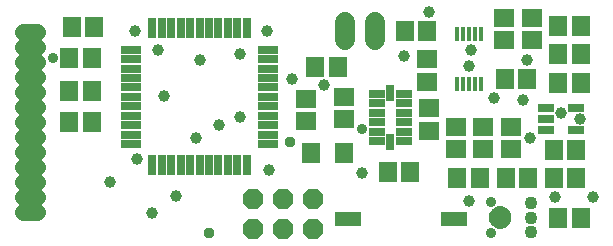
<source format=gts>
G75*
%MOIN*%
%OFA0B0*%
%FSLAX25Y25*%
%IPPOS*%
%LPD*%
%AMOC8*
5,1,8,0,0,1.08239X$1,22.5*
%
%ADD10R,0.05918X0.06706*%
%ADD11R,0.06706X0.05918*%
%ADD12R,0.06312X0.07099*%
%ADD13R,0.02769X0.06706*%
%ADD14R,0.06706X0.02769*%
%ADD15OC8,0.06800*%
%ADD16R,0.05224X0.02769*%
%ADD17R,0.02769X0.05224*%
%ADD18C,0.05556*%
%ADD19C,0.06800*%
%ADD20R,0.08700X0.05100*%
%ADD21C,0.01969*%
%ADD22C,0.03556*%
%ADD23C,0.04343*%
%ADD24R,0.05524X0.02965*%
%ADD25R,0.01784X0.04737*%
%ADD26C,0.03600*%
%ADD27C,0.03900*%
%ADD28C,0.03700*%
D10*
X0039122Y0050968D03*
X0046602Y0050968D03*
X0046594Y0061187D03*
X0039114Y0061187D03*
X0039114Y0072111D03*
X0046594Y0072111D03*
X0047396Y0082430D03*
X0039915Y0082430D03*
X0121104Y0069306D03*
X0128585Y0069306D03*
X0151040Y0081322D03*
X0158520Y0081322D03*
X0184312Y0065350D03*
X0191792Y0065350D03*
X0202140Y0063822D03*
X0209620Y0063822D03*
X0209620Y0073622D03*
X0202140Y0073622D03*
X0202140Y0082722D03*
X0209620Y0082722D03*
X0208220Y0041422D03*
X0200740Y0041422D03*
X0200740Y0032322D03*
X0208220Y0032322D03*
X0192120Y0032322D03*
X0184640Y0032322D03*
X0176020Y0032322D03*
X0168540Y0032322D03*
X0152741Y0034040D03*
X0145261Y0034040D03*
X0202140Y0019022D03*
X0209620Y0019022D03*
D11*
X0186280Y0041882D03*
X0177180Y0041882D03*
X0168080Y0041882D03*
X0158971Y0047955D03*
X0168080Y0049362D03*
X0177180Y0049362D03*
X0186280Y0049362D03*
X0158971Y0055436D03*
X0158280Y0064282D03*
X0158280Y0071762D03*
X0184234Y0078046D03*
X0193256Y0078034D03*
X0193256Y0085515D03*
X0184234Y0085527D03*
X0130649Y0059196D03*
X0118039Y0058533D03*
X0130649Y0051715D03*
X0118039Y0051052D03*
D12*
X0119770Y0040399D03*
X0130793Y0040399D03*
D13*
X0098330Y0036393D03*
X0095180Y0036393D03*
X0092031Y0036393D03*
X0088881Y0036393D03*
X0085732Y0036393D03*
X0082582Y0036393D03*
X0079432Y0036393D03*
X0076283Y0036393D03*
X0073133Y0036393D03*
X0069984Y0036393D03*
X0066834Y0036393D03*
X0066834Y0082062D03*
X0069984Y0082062D03*
X0073133Y0082062D03*
X0076283Y0082062D03*
X0079432Y0082062D03*
X0082582Y0082062D03*
X0085732Y0082062D03*
X0088881Y0082062D03*
X0092031Y0082062D03*
X0095180Y0082062D03*
X0098330Y0082062D03*
D14*
X0105417Y0074976D03*
X0105417Y0071826D03*
X0105417Y0068677D03*
X0105417Y0065527D03*
X0105417Y0062377D03*
X0105417Y0059228D03*
X0105417Y0056078D03*
X0105417Y0052929D03*
X0105417Y0049779D03*
X0105417Y0046629D03*
X0105417Y0043480D03*
X0059747Y0043480D03*
X0059747Y0046629D03*
X0059747Y0049779D03*
X0059747Y0052929D03*
X0059747Y0056078D03*
X0059747Y0059228D03*
X0059747Y0062377D03*
X0059747Y0065527D03*
X0059747Y0068677D03*
X0059747Y0071826D03*
X0059747Y0074976D03*
D15*
X0100406Y0025167D03*
X0110406Y0025167D03*
X0120406Y0025167D03*
X0120406Y0015167D03*
X0110406Y0015167D03*
X0100406Y0015167D03*
D16*
X0141660Y0044447D03*
X0141660Y0047596D03*
X0141660Y0050746D03*
X0141660Y0053895D03*
X0141660Y0057045D03*
X0141660Y0060195D03*
X0150621Y0060195D03*
X0150621Y0057045D03*
X0150621Y0053895D03*
X0150621Y0050746D03*
X0150621Y0047596D03*
X0150591Y0044447D03*
D17*
X0146140Y0044053D03*
X0146140Y0060588D03*
D18*
X0028471Y0020957D02*
X0023715Y0020957D01*
X0023715Y0025957D02*
X0028471Y0025957D01*
X0028471Y0030957D02*
X0023715Y0030957D01*
X0023715Y0035957D02*
X0028471Y0035957D01*
X0028471Y0040957D02*
X0023715Y0040957D01*
X0023715Y0045957D02*
X0028471Y0045957D01*
X0028471Y0050957D02*
X0023715Y0050957D01*
X0023715Y0055957D02*
X0028471Y0055957D01*
X0028471Y0060957D02*
X0023715Y0060957D01*
X0023715Y0065957D02*
X0028471Y0065957D01*
X0028471Y0070957D02*
X0023715Y0070957D01*
X0023715Y0075957D02*
X0028471Y0075957D01*
X0028471Y0080957D02*
X0023715Y0080957D01*
D19*
X0130979Y0078177D02*
X0130979Y0084177D01*
X0140979Y0084177D02*
X0140979Y0078177D01*
D20*
X0131988Y0018551D03*
X0167388Y0018551D03*
D21*
X0180024Y0019022D02*
X0180026Y0019127D01*
X0180032Y0019232D01*
X0180042Y0019336D01*
X0180056Y0019440D01*
X0180074Y0019544D01*
X0180096Y0019646D01*
X0180121Y0019748D01*
X0180151Y0019849D01*
X0180184Y0019948D01*
X0180221Y0020046D01*
X0180262Y0020143D01*
X0180307Y0020238D01*
X0180355Y0020331D01*
X0180406Y0020423D01*
X0180462Y0020512D01*
X0180520Y0020599D01*
X0180582Y0020684D01*
X0180646Y0020767D01*
X0180714Y0020847D01*
X0180785Y0020924D01*
X0180859Y0020998D01*
X0180936Y0021070D01*
X0181015Y0021139D01*
X0181097Y0021204D01*
X0181181Y0021267D01*
X0181268Y0021326D01*
X0181357Y0021382D01*
X0181448Y0021435D01*
X0181541Y0021484D01*
X0181635Y0021529D01*
X0181731Y0021571D01*
X0181829Y0021609D01*
X0181928Y0021643D01*
X0182029Y0021674D01*
X0182130Y0021700D01*
X0182233Y0021723D01*
X0182336Y0021742D01*
X0182440Y0021757D01*
X0182544Y0021768D01*
X0182649Y0021775D01*
X0182754Y0021778D01*
X0182859Y0021777D01*
X0182964Y0021772D01*
X0183068Y0021763D01*
X0183172Y0021750D01*
X0183276Y0021733D01*
X0183379Y0021712D01*
X0183481Y0021687D01*
X0183582Y0021659D01*
X0183681Y0021626D01*
X0183780Y0021590D01*
X0183877Y0021550D01*
X0183972Y0021507D01*
X0184066Y0021459D01*
X0184158Y0021409D01*
X0184248Y0021355D01*
X0184336Y0021297D01*
X0184421Y0021236D01*
X0184504Y0021172D01*
X0184585Y0021105D01*
X0184663Y0021035D01*
X0184738Y0020961D01*
X0184810Y0020886D01*
X0184880Y0020807D01*
X0184946Y0020726D01*
X0185010Y0020642D01*
X0185070Y0020556D01*
X0185126Y0020468D01*
X0185180Y0020377D01*
X0185230Y0020285D01*
X0185276Y0020191D01*
X0185319Y0020095D01*
X0185358Y0019997D01*
X0185393Y0019899D01*
X0185424Y0019798D01*
X0185452Y0019697D01*
X0185476Y0019595D01*
X0185496Y0019492D01*
X0185512Y0019388D01*
X0185524Y0019284D01*
X0185532Y0019179D01*
X0185536Y0019074D01*
X0185536Y0018970D01*
X0185532Y0018865D01*
X0185524Y0018760D01*
X0185512Y0018656D01*
X0185496Y0018552D01*
X0185476Y0018449D01*
X0185452Y0018347D01*
X0185424Y0018246D01*
X0185393Y0018145D01*
X0185358Y0018047D01*
X0185319Y0017949D01*
X0185276Y0017853D01*
X0185230Y0017759D01*
X0185180Y0017667D01*
X0185126Y0017576D01*
X0185070Y0017488D01*
X0185010Y0017402D01*
X0184946Y0017318D01*
X0184880Y0017237D01*
X0184810Y0017158D01*
X0184738Y0017083D01*
X0184663Y0017009D01*
X0184585Y0016939D01*
X0184504Y0016872D01*
X0184421Y0016808D01*
X0184336Y0016747D01*
X0184248Y0016689D01*
X0184158Y0016635D01*
X0184066Y0016585D01*
X0183972Y0016537D01*
X0183877Y0016494D01*
X0183780Y0016454D01*
X0183681Y0016418D01*
X0183582Y0016385D01*
X0183481Y0016357D01*
X0183379Y0016332D01*
X0183276Y0016311D01*
X0183172Y0016294D01*
X0183068Y0016281D01*
X0182964Y0016272D01*
X0182859Y0016267D01*
X0182754Y0016266D01*
X0182649Y0016269D01*
X0182544Y0016276D01*
X0182440Y0016287D01*
X0182336Y0016302D01*
X0182233Y0016321D01*
X0182130Y0016344D01*
X0182029Y0016370D01*
X0181928Y0016401D01*
X0181829Y0016435D01*
X0181731Y0016473D01*
X0181635Y0016515D01*
X0181541Y0016560D01*
X0181448Y0016609D01*
X0181357Y0016662D01*
X0181268Y0016718D01*
X0181181Y0016777D01*
X0181097Y0016840D01*
X0181015Y0016905D01*
X0180936Y0016974D01*
X0180859Y0017046D01*
X0180785Y0017120D01*
X0180714Y0017197D01*
X0180646Y0017277D01*
X0180582Y0017360D01*
X0180520Y0017445D01*
X0180462Y0017532D01*
X0180406Y0017621D01*
X0180355Y0017713D01*
X0180307Y0017806D01*
X0180262Y0017901D01*
X0180221Y0017998D01*
X0180184Y0018096D01*
X0180151Y0018195D01*
X0180121Y0018296D01*
X0180096Y0018398D01*
X0180074Y0018500D01*
X0180056Y0018604D01*
X0180042Y0018708D01*
X0180032Y0018812D01*
X0180026Y0018917D01*
X0180024Y0019022D01*
D22*
X0179630Y0024140D03*
X0179630Y0013904D03*
D23*
X0182780Y0019022D03*
X0193095Y0019022D03*
X0193095Y0023746D03*
X0193095Y0014297D03*
D24*
X0197962Y0048182D03*
X0197962Y0051922D03*
X0197962Y0055662D03*
X0208199Y0055662D03*
X0208199Y0048182D03*
D25*
X0176383Y0063543D03*
X0174415Y0063543D03*
X0172446Y0063543D03*
X0170478Y0063543D03*
X0168509Y0063543D03*
X0168509Y0080181D03*
X0170478Y0080181D03*
X0172446Y0080181D03*
X0174415Y0080181D03*
X0176383Y0080181D03*
D26*
X0136580Y0048422D03*
X0033680Y0072222D03*
D27*
X0060980Y0081322D03*
X0068680Y0075022D03*
X0082680Y0071522D03*
X0095980Y0073622D03*
X0105080Y0081322D03*
X0113480Y0065222D03*
X0123980Y0063122D03*
X0150580Y0072922D03*
X0172280Y0069422D03*
X0172980Y0075022D03*
X0191880Y0071522D03*
X0190480Y0058222D03*
X0180680Y0058922D03*
X0203080Y0054022D03*
X0209380Y0051922D03*
X0192580Y0045622D03*
X0200980Y0026022D03*
X0213580Y0026022D03*
X0172280Y0024622D03*
X0136580Y0033722D03*
X0105680Y0034822D03*
X0081280Y0045622D03*
X0088980Y0049822D03*
X0095980Y0052622D03*
X0070780Y0059622D03*
X0061680Y0038622D03*
X0052580Y0030922D03*
X0066580Y0020422D03*
X0074880Y0026222D03*
X0158980Y0087622D03*
D28*
X0112878Y0044359D03*
X0085778Y0013859D03*
M02*

</source>
